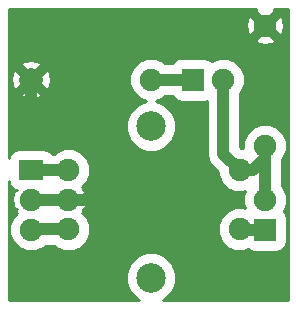
<source format=gbr>
G04 #@! TF.FileFunction,Copper,L1,Top,Signal*
%FSLAX46Y46*%
G04 Gerber Fmt 4.6, Leading zero omitted, Abs format (unit mm)*
G04 Created by KiCad (PCBNEW (2015-07-07 BZR 5906)-product) date Wed 19 Aug 2015 11:48:38 CEST*
%MOMM*%
G01*
G04 APERTURE LIST*
%ADD10C,0.100000*%
%ADD11R,1.900000X1.900000*%
%ADD12C,1.900000*%
%ADD13C,2.500000*%
%ADD14R,2.032000X1.727200*%
%ADD15C,1.998980*%
%ADD16C,1.016000*%
%ADD17C,0.254000*%
G04 APERTURE END LIST*
D10*
D11*
X130556000Y-93472000D03*
D12*
X133096000Y-93472000D03*
X120000000Y-106132000D03*
X120000000Y-103632000D03*
X120000000Y-101132000D03*
X134500000Y-106132000D03*
X134500000Y-101132000D03*
D13*
X127000000Y-110232000D03*
X127000000Y-97432000D03*
D14*
X116840000Y-101092000D03*
D12*
X116840000Y-103632000D03*
X116840000Y-106172000D03*
D11*
X136652000Y-106172000D03*
D12*
X136652000Y-103632000D03*
D15*
X116840000Y-93472000D03*
D12*
X127000000Y-93472000D03*
X136652000Y-88900000D03*
X136652000Y-99060000D03*
D16*
X127000000Y-93472000D02*
X130556000Y-93472000D01*
X133096000Y-93472000D02*
X133096000Y-99728000D01*
X133096000Y-99728000D02*
X134500000Y-101132000D01*
X134500000Y-101132000D02*
X135596000Y-101132000D01*
X136144000Y-100584000D02*
X136652000Y-100584000D01*
X136652000Y-100076000D02*
X136144000Y-100584000D01*
X135596000Y-101132000D02*
X136652000Y-100076000D01*
X136652000Y-103632000D02*
X136652000Y-100584000D01*
X136652000Y-100584000D02*
X136652000Y-99060000D01*
X120000000Y-106132000D02*
X116880000Y-106132000D01*
X116880000Y-106132000D02*
X116840000Y-106172000D01*
X120000000Y-103632000D02*
X121368000Y-103632000D01*
X116840000Y-96840000D02*
X116840000Y-93472000D01*
X117500000Y-97500000D02*
X116840000Y-96840000D01*
X120000000Y-97500000D02*
X117500000Y-97500000D01*
X122500000Y-100000000D02*
X120000000Y-97500000D01*
X122500000Y-102500000D02*
X122500000Y-100000000D01*
X121368000Y-103632000D02*
X122500000Y-102500000D01*
X120000000Y-103632000D02*
X116840000Y-103632000D01*
X120000000Y-101132000D02*
X116880000Y-101132000D01*
X116880000Y-101132000D02*
X116840000Y-101092000D01*
X136652000Y-106172000D02*
X134540000Y-106172000D01*
X134540000Y-106172000D02*
X134500000Y-106132000D01*
D17*
G36*
X135832815Y-87694734D02*
X136652000Y-88513920D01*
X137471185Y-87694734D01*
X137389555Y-87503000D01*
X138557000Y-87503000D01*
X138557000Y-112141000D01*
X127981145Y-112141000D01*
X128210063Y-112046413D01*
X128812298Y-111445228D01*
X129138627Y-110659340D01*
X129139370Y-109808393D01*
X128814413Y-109021937D01*
X128213228Y-108419702D01*
X127427340Y-108093373D01*
X126576393Y-108092630D01*
X125789937Y-108417587D01*
X125187702Y-109018772D01*
X124861373Y-109804660D01*
X124860630Y-110655607D01*
X125185587Y-111442063D01*
X125786772Y-112044298D01*
X126019656Y-112141000D01*
X114935000Y-112141000D01*
X114935000Y-102045367D01*
X114983352Y-102294572D01*
X115179057Y-102592498D01*
X115474503Y-102791927D01*
X115616778Y-102820460D01*
X115390911Y-102916622D01*
X115227454Y-103525619D01*
X115309491Y-104150811D01*
X115390911Y-104347378D01*
X115634732Y-104451184D01*
X115505996Y-104579920D01*
X115668781Y-104742705D01*
X115281881Y-105128930D01*
X115001320Y-105804595D01*
X115000682Y-106536195D01*
X115280063Y-107212349D01*
X115796930Y-107730119D01*
X116472595Y-108010680D01*
X117204195Y-108011318D01*
X117880349Y-107731937D01*
X118083641Y-107529000D01*
X118796092Y-107529000D01*
X118956930Y-107690119D01*
X119632595Y-107970680D01*
X120364195Y-107971318D01*
X121040349Y-107691937D01*
X121558119Y-107175070D01*
X121838680Y-106499405D01*
X121839318Y-105767805D01*
X121559937Y-105091651D01*
X121191427Y-104722497D01*
X121334004Y-104579920D01*
X121205268Y-104451184D01*
X121449089Y-104347378D01*
X121612546Y-103738381D01*
X121530509Y-103113189D01*
X121449089Y-102916622D01*
X121205268Y-102812816D01*
X121334004Y-102684080D01*
X121191237Y-102541313D01*
X121558119Y-102175070D01*
X121838680Y-101499405D01*
X121839318Y-100767805D01*
X121559937Y-100091651D01*
X121043070Y-99573881D01*
X120367405Y-99293320D01*
X119635805Y-99292682D01*
X118959651Y-99572063D01*
X118796429Y-99735000D01*
X118595206Y-99735000D01*
X118500943Y-99591502D01*
X118205497Y-99392073D01*
X117856000Y-99321983D01*
X115824000Y-99321983D01*
X115485028Y-99387752D01*
X115187102Y-99583457D01*
X114987673Y-99878903D01*
X114935000Y-100141552D01*
X114935000Y-97855607D01*
X124860630Y-97855607D01*
X125185587Y-98642063D01*
X125786772Y-99244298D01*
X126572660Y-99570627D01*
X127423607Y-99571370D01*
X128210063Y-99246413D01*
X128812298Y-98645228D01*
X129138627Y-97859340D01*
X129139370Y-97008393D01*
X128814413Y-96221937D01*
X128213228Y-95619702D01*
X127427340Y-95293373D01*
X127407667Y-95293356D01*
X128040349Y-95031937D01*
X128203571Y-94869000D01*
X128836315Y-94869000D01*
X128961057Y-95058898D01*
X129256503Y-95258327D01*
X129606000Y-95328417D01*
X131506000Y-95328417D01*
X131699000Y-95290970D01*
X131699000Y-99728000D01*
X131805340Y-100262609D01*
X132108172Y-100715828D01*
X132660881Y-101268537D01*
X132660682Y-101496195D01*
X132940063Y-102172349D01*
X133456930Y-102690119D01*
X134132595Y-102970680D01*
X134864195Y-102971318D01*
X134949784Y-102935953D01*
X134813320Y-103264595D01*
X134812682Y-103996195D01*
X134949544Y-104327427D01*
X134867405Y-104293320D01*
X134135805Y-104292682D01*
X133459651Y-104572063D01*
X132941881Y-105088930D01*
X132661320Y-105764595D01*
X132660682Y-106496195D01*
X132940063Y-107172349D01*
X133456930Y-107690119D01*
X134132595Y-107970680D01*
X134864195Y-107971318D01*
X135179030Y-107841231D01*
X135352503Y-107958327D01*
X135702000Y-108028417D01*
X137602000Y-108028417D01*
X137940972Y-107962648D01*
X138238898Y-107766943D01*
X138438327Y-107471497D01*
X138508417Y-107122000D01*
X138508417Y-105222000D01*
X138442648Y-104883028D01*
X138247270Y-104585600D01*
X138490680Y-103999405D01*
X138491318Y-103267805D01*
X138211937Y-102591651D01*
X138049000Y-102428429D01*
X138049000Y-100263908D01*
X138210119Y-100103070D01*
X138490680Y-99427405D01*
X138491318Y-98695805D01*
X138211937Y-98019651D01*
X137695070Y-97501881D01*
X137019405Y-97221320D01*
X136287805Y-97220682D01*
X135611651Y-97500063D01*
X135093881Y-98016930D01*
X134813320Y-98692595D01*
X134812796Y-99293272D01*
X134636775Y-99293119D01*
X134493000Y-99149344D01*
X134493000Y-94675908D01*
X134654119Y-94515070D01*
X134934680Y-93839405D01*
X134935318Y-93107805D01*
X134655937Y-92431651D01*
X134139070Y-91913881D01*
X133463405Y-91633320D01*
X132731805Y-91632682D01*
X132139536Y-91877402D01*
X131855497Y-91685673D01*
X131506000Y-91615583D01*
X129606000Y-91615583D01*
X129267028Y-91681352D01*
X128969102Y-91877057D01*
X128835488Y-92075000D01*
X128203908Y-92075000D01*
X128043070Y-91913881D01*
X127367405Y-91633320D01*
X126635805Y-91632682D01*
X125959651Y-91912063D01*
X125441881Y-92428930D01*
X125161320Y-93104595D01*
X125160682Y-93836195D01*
X125440063Y-94512349D01*
X125956930Y-95030119D01*
X126589153Y-95292641D01*
X126576393Y-95292630D01*
X125789937Y-95617587D01*
X125187702Y-96218772D01*
X124861373Y-97004660D01*
X124860630Y-97855607D01*
X114935000Y-97855607D01*
X114935000Y-94713567D01*
X115984513Y-94713567D01*
X116094543Y-94962488D01*
X116721673Y-95134306D01*
X117366817Y-95053051D01*
X117585457Y-94962488D01*
X117695487Y-94713567D01*
X116840000Y-93858080D01*
X115984513Y-94713567D01*
X114935000Y-94713567D01*
X114935000Y-93353673D01*
X115177694Y-93353673D01*
X115258949Y-93998817D01*
X115349512Y-94217457D01*
X115598433Y-94327487D01*
X116453920Y-93472000D01*
X117226080Y-93472000D01*
X118081567Y-94327487D01*
X118330488Y-94217457D01*
X118502306Y-93590327D01*
X118421051Y-92945183D01*
X118330488Y-92726543D01*
X118081567Y-92616513D01*
X117226080Y-93472000D01*
X116453920Y-93472000D01*
X116453920Y-93472000D01*
X115598433Y-92616513D01*
X115349512Y-92726543D01*
X115177694Y-93353673D01*
X114935000Y-93353673D01*
X114935000Y-92230433D01*
X115984513Y-92230433D01*
X116840000Y-93085920D01*
X117695487Y-92230433D01*
X117585457Y-91981512D01*
X116958327Y-91809694D01*
X116313183Y-91890949D01*
X116094543Y-91981512D01*
X115984513Y-92230433D01*
X114935000Y-92230433D01*
X114935000Y-90105266D01*
X135832815Y-90105266D01*
X135936622Y-90349089D01*
X136545619Y-90512546D01*
X137170811Y-90430509D01*
X137367378Y-90349089D01*
X137471185Y-90105266D01*
X136652000Y-89286080D01*
X135832815Y-90105266D01*
X114935000Y-90105266D01*
X114935000Y-88793619D01*
X135039454Y-88793619D01*
X135121491Y-89418811D01*
X135202911Y-89615378D01*
X135446734Y-89719185D01*
X136265920Y-88900000D01*
X137038080Y-88900000D01*
X137857266Y-89719185D01*
X138101089Y-89615378D01*
X138264546Y-89006381D01*
X138182509Y-88381189D01*
X138101089Y-88184622D01*
X137857266Y-88080815D01*
X137038080Y-88900000D01*
X136265920Y-88900000D01*
X136265920Y-88900000D01*
X135446734Y-88080815D01*
X135202911Y-88184622D01*
X135039454Y-88793619D01*
X114935000Y-88793619D01*
X114935000Y-87503000D01*
X135914445Y-87503000D01*
X135832815Y-87694734D01*
X135832815Y-87694734D01*
G37*
X135832815Y-87694734D02*
X136652000Y-88513920D01*
X137471185Y-87694734D01*
X137389555Y-87503000D01*
X138557000Y-87503000D01*
X138557000Y-112141000D01*
X127981145Y-112141000D01*
X128210063Y-112046413D01*
X128812298Y-111445228D01*
X129138627Y-110659340D01*
X129139370Y-109808393D01*
X128814413Y-109021937D01*
X128213228Y-108419702D01*
X127427340Y-108093373D01*
X126576393Y-108092630D01*
X125789937Y-108417587D01*
X125187702Y-109018772D01*
X124861373Y-109804660D01*
X124860630Y-110655607D01*
X125185587Y-111442063D01*
X125786772Y-112044298D01*
X126019656Y-112141000D01*
X114935000Y-112141000D01*
X114935000Y-102045367D01*
X114983352Y-102294572D01*
X115179057Y-102592498D01*
X115474503Y-102791927D01*
X115616778Y-102820460D01*
X115390911Y-102916622D01*
X115227454Y-103525619D01*
X115309491Y-104150811D01*
X115390911Y-104347378D01*
X115634732Y-104451184D01*
X115505996Y-104579920D01*
X115668781Y-104742705D01*
X115281881Y-105128930D01*
X115001320Y-105804595D01*
X115000682Y-106536195D01*
X115280063Y-107212349D01*
X115796930Y-107730119D01*
X116472595Y-108010680D01*
X117204195Y-108011318D01*
X117880349Y-107731937D01*
X118083641Y-107529000D01*
X118796092Y-107529000D01*
X118956930Y-107690119D01*
X119632595Y-107970680D01*
X120364195Y-107971318D01*
X121040349Y-107691937D01*
X121558119Y-107175070D01*
X121838680Y-106499405D01*
X121839318Y-105767805D01*
X121559937Y-105091651D01*
X121191427Y-104722497D01*
X121334004Y-104579920D01*
X121205268Y-104451184D01*
X121449089Y-104347378D01*
X121612546Y-103738381D01*
X121530509Y-103113189D01*
X121449089Y-102916622D01*
X121205268Y-102812816D01*
X121334004Y-102684080D01*
X121191237Y-102541313D01*
X121558119Y-102175070D01*
X121838680Y-101499405D01*
X121839318Y-100767805D01*
X121559937Y-100091651D01*
X121043070Y-99573881D01*
X120367405Y-99293320D01*
X119635805Y-99292682D01*
X118959651Y-99572063D01*
X118796429Y-99735000D01*
X118595206Y-99735000D01*
X118500943Y-99591502D01*
X118205497Y-99392073D01*
X117856000Y-99321983D01*
X115824000Y-99321983D01*
X115485028Y-99387752D01*
X115187102Y-99583457D01*
X114987673Y-99878903D01*
X114935000Y-100141552D01*
X114935000Y-97855607D01*
X124860630Y-97855607D01*
X125185587Y-98642063D01*
X125786772Y-99244298D01*
X126572660Y-99570627D01*
X127423607Y-99571370D01*
X128210063Y-99246413D01*
X128812298Y-98645228D01*
X129138627Y-97859340D01*
X129139370Y-97008393D01*
X128814413Y-96221937D01*
X128213228Y-95619702D01*
X127427340Y-95293373D01*
X127407667Y-95293356D01*
X128040349Y-95031937D01*
X128203571Y-94869000D01*
X128836315Y-94869000D01*
X128961057Y-95058898D01*
X129256503Y-95258327D01*
X129606000Y-95328417D01*
X131506000Y-95328417D01*
X131699000Y-95290970D01*
X131699000Y-99728000D01*
X131805340Y-100262609D01*
X132108172Y-100715828D01*
X132660881Y-101268537D01*
X132660682Y-101496195D01*
X132940063Y-102172349D01*
X133456930Y-102690119D01*
X134132595Y-102970680D01*
X134864195Y-102971318D01*
X134949784Y-102935953D01*
X134813320Y-103264595D01*
X134812682Y-103996195D01*
X134949544Y-104327427D01*
X134867405Y-104293320D01*
X134135805Y-104292682D01*
X133459651Y-104572063D01*
X132941881Y-105088930D01*
X132661320Y-105764595D01*
X132660682Y-106496195D01*
X132940063Y-107172349D01*
X133456930Y-107690119D01*
X134132595Y-107970680D01*
X134864195Y-107971318D01*
X135179030Y-107841231D01*
X135352503Y-107958327D01*
X135702000Y-108028417D01*
X137602000Y-108028417D01*
X137940972Y-107962648D01*
X138238898Y-107766943D01*
X138438327Y-107471497D01*
X138508417Y-107122000D01*
X138508417Y-105222000D01*
X138442648Y-104883028D01*
X138247270Y-104585600D01*
X138490680Y-103999405D01*
X138491318Y-103267805D01*
X138211937Y-102591651D01*
X138049000Y-102428429D01*
X138049000Y-100263908D01*
X138210119Y-100103070D01*
X138490680Y-99427405D01*
X138491318Y-98695805D01*
X138211937Y-98019651D01*
X137695070Y-97501881D01*
X137019405Y-97221320D01*
X136287805Y-97220682D01*
X135611651Y-97500063D01*
X135093881Y-98016930D01*
X134813320Y-98692595D01*
X134812796Y-99293272D01*
X134636775Y-99293119D01*
X134493000Y-99149344D01*
X134493000Y-94675908D01*
X134654119Y-94515070D01*
X134934680Y-93839405D01*
X134935318Y-93107805D01*
X134655937Y-92431651D01*
X134139070Y-91913881D01*
X133463405Y-91633320D01*
X132731805Y-91632682D01*
X132139536Y-91877402D01*
X131855497Y-91685673D01*
X131506000Y-91615583D01*
X129606000Y-91615583D01*
X129267028Y-91681352D01*
X128969102Y-91877057D01*
X128835488Y-92075000D01*
X128203908Y-92075000D01*
X128043070Y-91913881D01*
X127367405Y-91633320D01*
X126635805Y-91632682D01*
X125959651Y-91912063D01*
X125441881Y-92428930D01*
X125161320Y-93104595D01*
X125160682Y-93836195D01*
X125440063Y-94512349D01*
X125956930Y-95030119D01*
X126589153Y-95292641D01*
X126576393Y-95292630D01*
X125789937Y-95617587D01*
X125187702Y-96218772D01*
X124861373Y-97004660D01*
X124860630Y-97855607D01*
X114935000Y-97855607D01*
X114935000Y-94713567D01*
X115984513Y-94713567D01*
X116094543Y-94962488D01*
X116721673Y-95134306D01*
X117366817Y-95053051D01*
X117585457Y-94962488D01*
X117695487Y-94713567D01*
X116840000Y-93858080D01*
X115984513Y-94713567D01*
X114935000Y-94713567D01*
X114935000Y-93353673D01*
X115177694Y-93353673D01*
X115258949Y-93998817D01*
X115349512Y-94217457D01*
X115598433Y-94327487D01*
X116453920Y-93472000D01*
X117226080Y-93472000D01*
X118081567Y-94327487D01*
X118330488Y-94217457D01*
X118502306Y-93590327D01*
X118421051Y-92945183D01*
X118330488Y-92726543D01*
X118081567Y-92616513D01*
X117226080Y-93472000D01*
X116453920Y-93472000D01*
X116453920Y-93472000D01*
X115598433Y-92616513D01*
X115349512Y-92726543D01*
X115177694Y-93353673D01*
X114935000Y-93353673D01*
X114935000Y-92230433D01*
X115984513Y-92230433D01*
X116840000Y-93085920D01*
X117695487Y-92230433D01*
X117585457Y-91981512D01*
X116958327Y-91809694D01*
X116313183Y-91890949D01*
X116094543Y-91981512D01*
X115984513Y-92230433D01*
X114935000Y-92230433D01*
X114935000Y-90105266D01*
X135832815Y-90105266D01*
X135936622Y-90349089D01*
X136545619Y-90512546D01*
X137170811Y-90430509D01*
X137367378Y-90349089D01*
X137471185Y-90105266D01*
X136652000Y-89286080D01*
X135832815Y-90105266D01*
X114935000Y-90105266D01*
X114935000Y-88793619D01*
X135039454Y-88793619D01*
X135121491Y-89418811D01*
X135202911Y-89615378D01*
X135446734Y-89719185D01*
X136265920Y-88900000D01*
X137038080Y-88900000D01*
X137857266Y-89719185D01*
X138101089Y-89615378D01*
X138264546Y-89006381D01*
X138182509Y-88381189D01*
X138101089Y-88184622D01*
X137857266Y-88080815D01*
X137038080Y-88900000D01*
X136265920Y-88900000D01*
X136265920Y-88900000D01*
X135446734Y-88080815D01*
X135202911Y-88184622D01*
X135039454Y-88793619D01*
X114935000Y-88793619D01*
X114935000Y-87503000D01*
X135914445Y-87503000D01*
X135832815Y-87694734D01*
G36*
X117240223Y-103617858D02*
X117226080Y-103632000D01*
X117240223Y-103646142D01*
X116854143Y-104032223D01*
X116840000Y-104018080D01*
X116825858Y-104032223D01*
X116439777Y-103646142D01*
X116453920Y-103632000D01*
X116439777Y-103617858D01*
X116825858Y-103231778D01*
X116840000Y-103245920D01*
X116854143Y-103231778D01*
X117240223Y-103617858D01*
X117240223Y-103617858D01*
G37*
X117240223Y-103617858D02*
X117226080Y-103632000D01*
X117240223Y-103646142D01*
X116854143Y-104032223D01*
X116840000Y-104018080D01*
X116825858Y-104032223D01*
X116439777Y-103646142D01*
X116453920Y-103632000D01*
X116439777Y-103617858D01*
X116825858Y-103231778D01*
X116840000Y-103245920D01*
X116854143Y-103231778D01*
X117240223Y-103617858D01*
G36*
X120000000Y-103245920D02*
X120014143Y-103231778D01*
X120400223Y-103617858D01*
X120386080Y-103632000D01*
X120400223Y-103646142D01*
X120014142Y-104032223D01*
X120000000Y-104018080D01*
X119985858Y-104032223D01*
X119599777Y-103646142D01*
X119613920Y-103632000D01*
X119599777Y-103617858D01*
X119985858Y-103231777D01*
X120000000Y-103245920D01*
X120000000Y-103245920D01*
G37*
X120000000Y-103245920D02*
X120014143Y-103231778D01*
X120400223Y-103617858D01*
X120386080Y-103632000D01*
X120400223Y-103646142D01*
X120014142Y-104032223D01*
X120000000Y-104018080D01*
X119985858Y-104032223D01*
X119599777Y-103646142D01*
X119613920Y-103632000D01*
X119599777Y-103617858D01*
X119985858Y-103231777D01*
X120000000Y-103245920D01*
M02*

</source>
